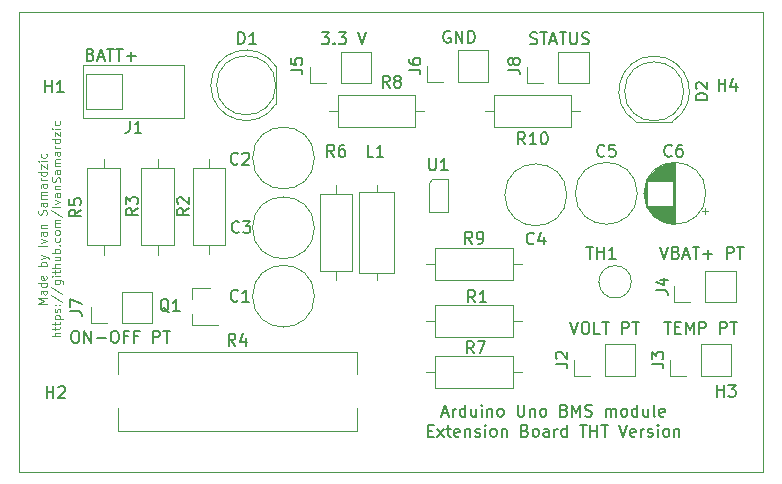
<source format=gbr>
G04 #@! TF.GenerationSoftware,KiCad,Pcbnew,(5.1.6)-1*
G04 #@! TF.CreationDate,2020-08-10T15:15:50+02:00*
G04 #@! TF.ProjectId,arduinoUno-BMSmodule,61726475-696e-46f5-956e-6f2d424d536d,rev?*
G04 #@! TF.SameCoordinates,Original*
G04 #@! TF.FileFunction,Legend,Top*
G04 #@! TF.FilePolarity,Positive*
%FSLAX46Y46*%
G04 Gerber Fmt 4.6, Leading zero omitted, Abs format (unit mm)*
G04 Created by KiCad (PCBNEW (5.1.6)-1) date 2020-08-10 15:15:50*
%MOMM*%
%LPD*%
G01*
G04 APERTURE LIST*
G04 #@! TA.AperFunction,Profile*
%ADD10C,0.050000*%
G04 #@! TD*
%ADD11C,0.100000*%
%ADD12C,0.200000*%
%ADD13C,0.120000*%
%ADD14C,0.050000*%
%ADD15C,0.150000*%
G04 APERTURE END LIST*
D10*
X154000000Y-57000000D02*
X154000000Y-57900000D01*
X91000000Y-57000000D02*
X154000000Y-57000000D01*
X153484000Y-96000000D02*
X154000000Y-96000000D01*
X91000000Y-96000000D02*
X91000000Y-95900000D01*
X91000000Y-95900000D02*
X91000000Y-94973000D01*
D11*
X93341666Y-81733333D02*
X92641666Y-81733333D01*
X93141666Y-81500000D01*
X92641666Y-81266666D01*
X93341666Y-81266666D01*
X93341666Y-80633333D02*
X92975000Y-80633333D01*
X92908333Y-80666666D01*
X92875000Y-80733333D01*
X92875000Y-80866666D01*
X92908333Y-80933333D01*
X93308333Y-80633333D02*
X93341666Y-80700000D01*
X93341666Y-80866666D01*
X93308333Y-80933333D01*
X93241666Y-80966666D01*
X93175000Y-80966666D01*
X93108333Y-80933333D01*
X93075000Y-80866666D01*
X93075000Y-80700000D01*
X93041666Y-80633333D01*
X93341666Y-80000000D02*
X92641666Y-80000000D01*
X93308333Y-80000000D02*
X93341666Y-80066666D01*
X93341666Y-80200000D01*
X93308333Y-80266666D01*
X93275000Y-80300000D01*
X93208333Y-80333333D01*
X93008333Y-80333333D01*
X92941666Y-80300000D01*
X92908333Y-80266666D01*
X92875000Y-80200000D01*
X92875000Y-80066666D01*
X92908333Y-80000000D01*
X93308333Y-79400000D02*
X93341666Y-79466666D01*
X93341666Y-79600000D01*
X93308333Y-79666666D01*
X93241666Y-79700000D01*
X92975000Y-79700000D01*
X92908333Y-79666666D01*
X92875000Y-79600000D01*
X92875000Y-79466666D01*
X92908333Y-79400000D01*
X92975000Y-79366666D01*
X93041666Y-79366666D01*
X93108333Y-79700000D01*
X93341666Y-78533333D02*
X92641666Y-78533333D01*
X92908333Y-78533333D02*
X92875000Y-78466666D01*
X92875000Y-78333333D01*
X92908333Y-78266666D01*
X92941666Y-78233333D01*
X93008333Y-78200000D01*
X93208333Y-78200000D01*
X93275000Y-78233333D01*
X93308333Y-78266666D01*
X93341666Y-78333333D01*
X93341666Y-78466666D01*
X93308333Y-78533333D01*
X92875000Y-77966666D02*
X93341666Y-77800000D01*
X92875000Y-77633333D02*
X93341666Y-77800000D01*
X93508333Y-77866666D01*
X93541666Y-77900000D01*
X93575000Y-77966666D01*
X93341666Y-76833333D02*
X92641666Y-76833333D01*
X92875000Y-76566666D02*
X93341666Y-76400000D01*
X92875000Y-76233333D01*
X93341666Y-75666666D02*
X92975000Y-75666666D01*
X92908333Y-75700000D01*
X92875000Y-75766666D01*
X92875000Y-75900000D01*
X92908333Y-75966666D01*
X93308333Y-75666666D02*
X93341666Y-75733333D01*
X93341666Y-75900000D01*
X93308333Y-75966666D01*
X93241666Y-76000000D01*
X93175000Y-76000000D01*
X93108333Y-75966666D01*
X93075000Y-75900000D01*
X93075000Y-75733333D01*
X93041666Y-75666666D01*
X92875000Y-75333333D02*
X93341666Y-75333333D01*
X92941666Y-75333333D02*
X92908333Y-75300000D01*
X92875000Y-75233333D01*
X92875000Y-75133333D01*
X92908333Y-75066666D01*
X92975000Y-75033333D01*
X93341666Y-75033333D01*
X93308333Y-74200000D02*
X93341666Y-74100000D01*
X93341666Y-73933333D01*
X93308333Y-73866666D01*
X93275000Y-73833333D01*
X93208333Y-73800000D01*
X93141666Y-73800000D01*
X93075000Y-73833333D01*
X93041666Y-73866666D01*
X93008333Y-73933333D01*
X92975000Y-74066666D01*
X92941666Y-74133333D01*
X92908333Y-74166666D01*
X92841666Y-74200000D01*
X92775000Y-74200000D01*
X92708333Y-74166666D01*
X92675000Y-74133333D01*
X92641666Y-74066666D01*
X92641666Y-73900000D01*
X92675000Y-73800000D01*
X93341666Y-73200000D02*
X92975000Y-73200000D01*
X92908333Y-73233333D01*
X92875000Y-73300000D01*
X92875000Y-73433333D01*
X92908333Y-73500000D01*
X93308333Y-73200000D02*
X93341666Y-73266666D01*
X93341666Y-73433333D01*
X93308333Y-73500000D01*
X93241666Y-73533333D01*
X93175000Y-73533333D01*
X93108333Y-73500000D01*
X93075000Y-73433333D01*
X93075000Y-73266666D01*
X93041666Y-73200000D01*
X93341666Y-72866666D02*
X92875000Y-72866666D01*
X92941666Y-72866666D02*
X92908333Y-72833333D01*
X92875000Y-72766666D01*
X92875000Y-72666666D01*
X92908333Y-72600000D01*
X92975000Y-72566666D01*
X93341666Y-72566666D01*
X92975000Y-72566666D02*
X92908333Y-72533333D01*
X92875000Y-72466666D01*
X92875000Y-72366666D01*
X92908333Y-72300000D01*
X92975000Y-72266666D01*
X93341666Y-72266666D01*
X93341666Y-71633333D02*
X92975000Y-71633333D01*
X92908333Y-71666666D01*
X92875000Y-71733333D01*
X92875000Y-71866666D01*
X92908333Y-71933333D01*
X93308333Y-71633333D02*
X93341666Y-71700000D01*
X93341666Y-71866666D01*
X93308333Y-71933333D01*
X93241666Y-71966666D01*
X93175000Y-71966666D01*
X93108333Y-71933333D01*
X93075000Y-71866666D01*
X93075000Y-71700000D01*
X93041666Y-71633333D01*
X93341666Y-71300000D02*
X92875000Y-71300000D01*
X93008333Y-71300000D02*
X92941666Y-71266666D01*
X92908333Y-71233333D01*
X92875000Y-71166666D01*
X92875000Y-71100000D01*
X93341666Y-70566666D02*
X92641666Y-70566666D01*
X93308333Y-70566666D02*
X93341666Y-70633333D01*
X93341666Y-70766666D01*
X93308333Y-70833333D01*
X93275000Y-70866666D01*
X93208333Y-70900000D01*
X93008333Y-70900000D01*
X92941666Y-70866666D01*
X92908333Y-70833333D01*
X92875000Y-70766666D01*
X92875000Y-70633333D01*
X92908333Y-70566666D01*
X92875000Y-70300000D02*
X92875000Y-69933333D01*
X93341666Y-70300000D01*
X93341666Y-69933333D01*
X93341666Y-69666666D02*
X92875000Y-69666666D01*
X92641666Y-69666666D02*
X92675000Y-69700000D01*
X92708333Y-69666666D01*
X92675000Y-69633333D01*
X92641666Y-69666666D01*
X92708333Y-69666666D01*
X93308333Y-69033333D02*
X93341666Y-69100000D01*
X93341666Y-69233333D01*
X93308333Y-69300000D01*
X93275000Y-69333333D01*
X93208333Y-69366666D01*
X93008333Y-69366666D01*
X92941666Y-69333333D01*
X92908333Y-69300000D01*
X92875000Y-69233333D01*
X92875000Y-69100000D01*
X92908333Y-69033333D01*
X94491666Y-84483333D02*
X93791666Y-84483333D01*
X94491666Y-84183333D02*
X94125000Y-84183333D01*
X94058333Y-84216666D01*
X94025000Y-84283333D01*
X94025000Y-84383333D01*
X94058333Y-84450000D01*
X94091666Y-84483333D01*
X94025000Y-83950000D02*
X94025000Y-83683333D01*
X93791666Y-83850000D02*
X94391666Y-83850000D01*
X94458333Y-83816666D01*
X94491666Y-83750000D01*
X94491666Y-83683333D01*
X94025000Y-83550000D02*
X94025000Y-83283333D01*
X93791666Y-83450000D02*
X94391666Y-83450000D01*
X94458333Y-83416666D01*
X94491666Y-83350000D01*
X94491666Y-83283333D01*
X94025000Y-83050000D02*
X94725000Y-83050000D01*
X94058333Y-83050000D02*
X94025000Y-82983333D01*
X94025000Y-82850000D01*
X94058333Y-82783333D01*
X94091666Y-82750000D01*
X94158333Y-82716666D01*
X94358333Y-82716666D01*
X94425000Y-82750000D01*
X94458333Y-82783333D01*
X94491666Y-82850000D01*
X94491666Y-82983333D01*
X94458333Y-83050000D01*
X94458333Y-82450000D02*
X94491666Y-82383333D01*
X94491666Y-82250000D01*
X94458333Y-82183333D01*
X94391666Y-82150000D01*
X94358333Y-82150000D01*
X94291666Y-82183333D01*
X94258333Y-82250000D01*
X94258333Y-82350000D01*
X94225000Y-82416666D01*
X94158333Y-82450000D01*
X94125000Y-82450000D01*
X94058333Y-82416666D01*
X94025000Y-82350000D01*
X94025000Y-82250000D01*
X94058333Y-82183333D01*
X94425000Y-81850000D02*
X94458333Y-81816666D01*
X94491666Y-81850000D01*
X94458333Y-81883333D01*
X94425000Y-81850000D01*
X94491666Y-81850000D01*
X94058333Y-81850000D02*
X94091666Y-81816666D01*
X94125000Y-81850000D01*
X94091666Y-81883333D01*
X94058333Y-81850000D01*
X94125000Y-81850000D01*
X93758333Y-81016666D02*
X94658333Y-81616666D01*
X93758333Y-80283333D02*
X94658333Y-80883333D01*
X94025000Y-79750000D02*
X94591666Y-79750000D01*
X94658333Y-79783333D01*
X94691666Y-79816666D01*
X94725000Y-79883333D01*
X94725000Y-79983333D01*
X94691666Y-80050000D01*
X94458333Y-79750000D02*
X94491666Y-79816666D01*
X94491666Y-79950000D01*
X94458333Y-80016666D01*
X94425000Y-80050000D01*
X94358333Y-80083333D01*
X94158333Y-80083333D01*
X94091666Y-80050000D01*
X94058333Y-80016666D01*
X94025000Y-79950000D01*
X94025000Y-79816666D01*
X94058333Y-79750000D01*
X94491666Y-79416666D02*
X94025000Y-79416666D01*
X93791666Y-79416666D02*
X93825000Y-79450000D01*
X93858333Y-79416666D01*
X93825000Y-79383333D01*
X93791666Y-79416666D01*
X93858333Y-79416666D01*
X94025000Y-79183333D02*
X94025000Y-78916666D01*
X93791666Y-79083333D02*
X94391666Y-79083333D01*
X94458333Y-79050000D01*
X94491666Y-78983333D01*
X94491666Y-78916666D01*
X94491666Y-78683333D02*
X93791666Y-78683333D01*
X94491666Y-78383333D02*
X94125000Y-78383333D01*
X94058333Y-78416666D01*
X94025000Y-78483333D01*
X94025000Y-78583333D01*
X94058333Y-78650000D01*
X94091666Y-78683333D01*
X94025000Y-77750000D02*
X94491666Y-77750000D01*
X94025000Y-78050000D02*
X94391666Y-78050000D01*
X94458333Y-78016666D01*
X94491666Y-77950000D01*
X94491666Y-77850000D01*
X94458333Y-77783333D01*
X94425000Y-77750000D01*
X94491666Y-77416666D02*
X93791666Y-77416666D01*
X94058333Y-77416666D02*
X94025000Y-77350000D01*
X94025000Y-77216666D01*
X94058333Y-77150000D01*
X94091666Y-77116666D01*
X94158333Y-77083333D01*
X94358333Y-77083333D01*
X94425000Y-77116666D01*
X94458333Y-77150000D01*
X94491666Y-77216666D01*
X94491666Y-77350000D01*
X94458333Y-77416666D01*
X94425000Y-76783333D02*
X94458333Y-76750000D01*
X94491666Y-76783333D01*
X94458333Y-76816666D01*
X94425000Y-76783333D01*
X94491666Y-76783333D01*
X94458333Y-76150000D02*
X94491666Y-76216666D01*
X94491666Y-76350000D01*
X94458333Y-76416666D01*
X94425000Y-76450000D01*
X94358333Y-76483333D01*
X94158333Y-76483333D01*
X94091666Y-76450000D01*
X94058333Y-76416666D01*
X94025000Y-76350000D01*
X94025000Y-76216666D01*
X94058333Y-76150000D01*
X94491666Y-75750000D02*
X94458333Y-75816666D01*
X94425000Y-75850000D01*
X94358333Y-75883333D01*
X94158333Y-75883333D01*
X94091666Y-75850000D01*
X94058333Y-75816666D01*
X94025000Y-75750000D01*
X94025000Y-75650000D01*
X94058333Y-75583333D01*
X94091666Y-75550000D01*
X94158333Y-75516666D01*
X94358333Y-75516666D01*
X94425000Y-75550000D01*
X94458333Y-75583333D01*
X94491666Y-75650000D01*
X94491666Y-75750000D01*
X94491666Y-75216666D02*
X94025000Y-75216666D01*
X94091666Y-75216666D02*
X94058333Y-75183333D01*
X94025000Y-75116666D01*
X94025000Y-75016666D01*
X94058333Y-74950000D01*
X94125000Y-74916666D01*
X94491666Y-74916666D01*
X94125000Y-74916666D02*
X94058333Y-74883333D01*
X94025000Y-74816666D01*
X94025000Y-74716666D01*
X94058333Y-74650000D01*
X94125000Y-74616666D01*
X94491666Y-74616666D01*
X93758333Y-73783333D02*
X94658333Y-74383333D01*
X94491666Y-73550000D02*
X93791666Y-73550000D01*
X94025000Y-73283333D02*
X94491666Y-73116666D01*
X94025000Y-72950000D01*
X94491666Y-72383333D02*
X94125000Y-72383333D01*
X94058333Y-72416666D01*
X94025000Y-72483333D01*
X94025000Y-72616666D01*
X94058333Y-72683333D01*
X94458333Y-72383333D02*
X94491666Y-72450000D01*
X94491666Y-72616666D01*
X94458333Y-72683333D01*
X94391666Y-72716666D01*
X94325000Y-72716666D01*
X94258333Y-72683333D01*
X94225000Y-72616666D01*
X94225000Y-72450000D01*
X94191666Y-72383333D01*
X94025000Y-72050000D02*
X94491666Y-72050000D01*
X94091666Y-72050000D02*
X94058333Y-72016666D01*
X94025000Y-71950000D01*
X94025000Y-71850000D01*
X94058333Y-71783333D01*
X94125000Y-71750000D01*
X94491666Y-71750000D01*
X94458333Y-71450000D02*
X94491666Y-71350000D01*
X94491666Y-71183333D01*
X94458333Y-71116666D01*
X94425000Y-71083333D01*
X94358333Y-71050000D01*
X94291666Y-71050000D01*
X94225000Y-71083333D01*
X94191666Y-71116666D01*
X94158333Y-71183333D01*
X94125000Y-71316666D01*
X94091666Y-71383333D01*
X94058333Y-71416666D01*
X93991666Y-71450000D01*
X93925000Y-71450000D01*
X93858333Y-71416666D01*
X93825000Y-71383333D01*
X93791666Y-71316666D01*
X93791666Y-71150000D01*
X93825000Y-71050000D01*
X94491666Y-70450000D02*
X94125000Y-70450000D01*
X94058333Y-70483333D01*
X94025000Y-70550000D01*
X94025000Y-70683333D01*
X94058333Y-70750000D01*
X94458333Y-70450000D02*
X94491666Y-70516666D01*
X94491666Y-70683333D01*
X94458333Y-70750000D01*
X94391666Y-70783333D01*
X94325000Y-70783333D01*
X94258333Y-70750000D01*
X94225000Y-70683333D01*
X94225000Y-70516666D01*
X94191666Y-70450000D01*
X94491666Y-70116666D02*
X94025000Y-70116666D01*
X94091666Y-70116666D02*
X94058333Y-70083333D01*
X94025000Y-70016666D01*
X94025000Y-69916666D01*
X94058333Y-69850000D01*
X94125000Y-69816666D01*
X94491666Y-69816666D01*
X94125000Y-69816666D02*
X94058333Y-69783333D01*
X94025000Y-69716666D01*
X94025000Y-69616666D01*
X94058333Y-69550000D01*
X94125000Y-69516666D01*
X94491666Y-69516666D01*
X94491666Y-68883333D02*
X94125000Y-68883333D01*
X94058333Y-68916666D01*
X94025000Y-68983333D01*
X94025000Y-69116666D01*
X94058333Y-69183333D01*
X94458333Y-68883333D02*
X94491666Y-68950000D01*
X94491666Y-69116666D01*
X94458333Y-69183333D01*
X94391666Y-69216666D01*
X94325000Y-69216666D01*
X94258333Y-69183333D01*
X94225000Y-69116666D01*
X94225000Y-68950000D01*
X94191666Y-68883333D01*
X94491666Y-68550000D02*
X94025000Y-68550000D01*
X94158333Y-68550000D02*
X94091666Y-68516666D01*
X94058333Y-68483333D01*
X94025000Y-68416666D01*
X94025000Y-68350000D01*
X94491666Y-67816666D02*
X93791666Y-67816666D01*
X94458333Y-67816666D02*
X94491666Y-67883333D01*
X94491666Y-68016666D01*
X94458333Y-68083333D01*
X94425000Y-68116666D01*
X94358333Y-68150000D01*
X94158333Y-68150000D01*
X94091666Y-68116666D01*
X94058333Y-68083333D01*
X94025000Y-68016666D01*
X94025000Y-67883333D01*
X94058333Y-67816666D01*
X94025000Y-67550000D02*
X94025000Y-67183333D01*
X94491666Y-67550000D01*
X94491666Y-67183333D01*
X94491666Y-66916666D02*
X94025000Y-66916666D01*
X93791666Y-66916666D02*
X93825000Y-66950000D01*
X93858333Y-66916666D01*
X93825000Y-66883333D01*
X93791666Y-66916666D01*
X93858333Y-66916666D01*
X94458333Y-66283333D02*
X94491666Y-66350000D01*
X94491666Y-66483333D01*
X94458333Y-66550000D01*
X94425000Y-66583333D01*
X94358333Y-66616666D01*
X94158333Y-66616666D01*
X94091666Y-66583333D01*
X94058333Y-66550000D01*
X94025000Y-66483333D01*
X94025000Y-66350000D01*
X94058333Y-66283333D01*
D12*
X97067904Y-60634571D02*
X97210761Y-60682190D01*
X97258380Y-60729809D01*
X97306000Y-60825047D01*
X97306000Y-60967904D01*
X97258380Y-61063142D01*
X97210761Y-61110761D01*
X97115523Y-61158380D01*
X96734571Y-61158380D01*
X96734571Y-60158380D01*
X97067904Y-60158380D01*
X97163142Y-60206000D01*
X97210761Y-60253619D01*
X97258380Y-60348857D01*
X97258380Y-60444095D01*
X97210761Y-60539333D01*
X97163142Y-60586952D01*
X97067904Y-60634571D01*
X96734571Y-60634571D01*
X97686952Y-60872666D02*
X98163142Y-60872666D01*
X97591714Y-61158380D02*
X97925047Y-60158380D01*
X98258380Y-61158380D01*
X98448857Y-60158380D02*
X99020285Y-60158380D01*
X98734571Y-61158380D02*
X98734571Y-60158380D01*
X99210761Y-60158380D02*
X99782190Y-60158380D01*
X99496476Y-61158380D02*
X99496476Y-60158380D01*
X100115523Y-60777428D02*
X100877428Y-60777428D01*
X100496476Y-61158380D02*
X100496476Y-60396476D01*
D10*
X91000000Y-94973000D02*
X91000000Y-57000000D01*
X93921000Y-96000000D02*
X91000000Y-96000000D01*
X153484000Y-96000000D02*
X93921000Y-96000000D01*
X154000000Y-57900000D02*
X154000000Y-96000000D01*
D12*
X127508095Y-58682000D02*
X127412857Y-58634380D01*
X127270000Y-58634380D01*
X127127142Y-58682000D01*
X127031904Y-58777238D01*
X126984285Y-58872476D01*
X126936666Y-59062952D01*
X126936666Y-59205809D01*
X126984285Y-59396285D01*
X127031904Y-59491523D01*
X127127142Y-59586761D01*
X127270000Y-59634380D01*
X127365238Y-59634380D01*
X127508095Y-59586761D01*
X127555714Y-59539142D01*
X127555714Y-59205809D01*
X127365238Y-59205809D01*
X127984285Y-59634380D02*
X127984285Y-58634380D01*
X128555714Y-59634380D01*
X128555714Y-58634380D01*
X129031904Y-59634380D02*
X129031904Y-58634380D01*
X129270000Y-58634380D01*
X129412857Y-58682000D01*
X129508095Y-58777238D01*
X129555714Y-58872476D01*
X129603333Y-59062952D01*
X129603333Y-59205809D01*
X129555714Y-59396285D01*
X129508095Y-59491523D01*
X129412857Y-59586761D01*
X129270000Y-59634380D01*
X129031904Y-59634380D01*
X95687047Y-84034380D02*
X95877523Y-84034380D01*
X95972761Y-84082000D01*
X96068000Y-84177238D01*
X96115619Y-84367714D01*
X96115619Y-84701047D01*
X96068000Y-84891523D01*
X95972761Y-84986761D01*
X95877523Y-85034380D01*
X95687047Y-85034380D01*
X95591809Y-84986761D01*
X95496571Y-84891523D01*
X95448952Y-84701047D01*
X95448952Y-84367714D01*
X95496571Y-84177238D01*
X95591809Y-84082000D01*
X95687047Y-84034380D01*
X96544190Y-85034380D02*
X96544190Y-84034380D01*
X97115619Y-85034380D01*
X97115619Y-84034380D01*
X97591809Y-84653428D02*
X98353714Y-84653428D01*
X99020380Y-84034380D02*
X99210857Y-84034380D01*
X99306095Y-84082000D01*
X99401333Y-84177238D01*
X99448952Y-84367714D01*
X99448952Y-84701047D01*
X99401333Y-84891523D01*
X99306095Y-84986761D01*
X99210857Y-85034380D01*
X99020380Y-85034380D01*
X98925142Y-84986761D01*
X98829904Y-84891523D01*
X98782285Y-84701047D01*
X98782285Y-84367714D01*
X98829904Y-84177238D01*
X98925142Y-84082000D01*
X99020380Y-84034380D01*
X100210857Y-84510571D02*
X99877523Y-84510571D01*
X99877523Y-85034380D02*
X99877523Y-84034380D01*
X100353714Y-84034380D01*
X101068000Y-84510571D02*
X100734666Y-84510571D01*
X100734666Y-85034380D02*
X100734666Y-84034380D01*
X101210857Y-84034380D01*
X102353714Y-85034380D02*
X102353714Y-84034380D01*
X102734666Y-84034380D01*
X102829904Y-84082000D01*
X102877523Y-84129619D01*
X102925142Y-84224857D01*
X102925142Y-84367714D01*
X102877523Y-84462952D01*
X102829904Y-84510571D01*
X102734666Y-84558190D01*
X102353714Y-84558190D01*
X103210857Y-84034380D02*
X103782285Y-84034380D01*
X103496571Y-85034380D02*
X103496571Y-84034380D01*
X126842428Y-91010666D02*
X127318619Y-91010666D01*
X126747190Y-91296380D02*
X127080523Y-90296380D01*
X127413857Y-91296380D01*
X127747190Y-91296380D02*
X127747190Y-90629714D01*
X127747190Y-90820190D02*
X127794809Y-90724952D01*
X127842428Y-90677333D01*
X127937666Y-90629714D01*
X128032904Y-90629714D01*
X128794809Y-91296380D02*
X128794809Y-90296380D01*
X128794809Y-91248761D02*
X128699571Y-91296380D01*
X128509095Y-91296380D01*
X128413857Y-91248761D01*
X128366238Y-91201142D01*
X128318619Y-91105904D01*
X128318619Y-90820190D01*
X128366238Y-90724952D01*
X128413857Y-90677333D01*
X128509095Y-90629714D01*
X128699571Y-90629714D01*
X128794809Y-90677333D01*
X129699571Y-90629714D02*
X129699571Y-91296380D01*
X129271000Y-90629714D02*
X129271000Y-91153523D01*
X129318619Y-91248761D01*
X129413857Y-91296380D01*
X129556714Y-91296380D01*
X129651952Y-91248761D01*
X129699571Y-91201142D01*
X130175761Y-91296380D02*
X130175761Y-90629714D01*
X130175761Y-90296380D02*
X130128142Y-90344000D01*
X130175761Y-90391619D01*
X130223380Y-90344000D01*
X130175761Y-90296380D01*
X130175761Y-90391619D01*
X130651952Y-90629714D02*
X130651952Y-91296380D01*
X130651952Y-90724952D02*
X130699571Y-90677333D01*
X130794809Y-90629714D01*
X130937666Y-90629714D01*
X131032904Y-90677333D01*
X131080523Y-90772571D01*
X131080523Y-91296380D01*
X131699571Y-91296380D02*
X131604333Y-91248761D01*
X131556714Y-91201142D01*
X131509095Y-91105904D01*
X131509095Y-90820190D01*
X131556714Y-90724952D01*
X131604333Y-90677333D01*
X131699571Y-90629714D01*
X131842428Y-90629714D01*
X131937666Y-90677333D01*
X131985285Y-90724952D01*
X132032904Y-90820190D01*
X132032904Y-91105904D01*
X131985285Y-91201142D01*
X131937666Y-91248761D01*
X131842428Y-91296380D01*
X131699571Y-91296380D01*
X133223380Y-90296380D02*
X133223380Y-91105904D01*
X133271000Y-91201142D01*
X133318619Y-91248761D01*
X133413857Y-91296380D01*
X133604333Y-91296380D01*
X133699571Y-91248761D01*
X133747190Y-91201142D01*
X133794809Y-91105904D01*
X133794809Y-90296380D01*
X134271000Y-90629714D02*
X134271000Y-91296380D01*
X134271000Y-90724952D02*
X134318619Y-90677333D01*
X134413857Y-90629714D01*
X134556714Y-90629714D01*
X134651952Y-90677333D01*
X134699571Y-90772571D01*
X134699571Y-91296380D01*
X135318619Y-91296380D02*
X135223380Y-91248761D01*
X135175761Y-91201142D01*
X135128142Y-91105904D01*
X135128142Y-90820190D01*
X135175761Y-90724952D01*
X135223380Y-90677333D01*
X135318619Y-90629714D01*
X135461476Y-90629714D01*
X135556714Y-90677333D01*
X135604333Y-90724952D01*
X135651952Y-90820190D01*
X135651952Y-91105904D01*
X135604333Y-91201142D01*
X135556714Y-91248761D01*
X135461476Y-91296380D01*
X135318619Y-91296380D01*
X137175761Y-90772571D02*
X137318619Y-90820190D01*
X137366238Y-90867809D01*
X137413857Y-90963047D01*
X137413857Y-91105904D01*
X137366238Y-91201142D01*
X137318619Y-91248761D01*
X137223380Y-91296380D01*
X136842428Y-91296380D01*
X136842428Y-90296380D01*
X137175761Y-90296380D01*
X137271000Y-90344000D01*
X137318619Y-90391619D01*
X137366238Y-90486857D01*
X137366238Y-90582095D01*
X137318619Y-90677333D01*
X137271000Y-90724952D01*
X137175761Y-90772571D01*
X136842428Y-90772571D01*
X137842428Y-91296380D02*
X137842428Y-90296380D01*
X138175761Y-91010666D01*
X138509095Y-90296380D01*
X138509095Y-91296380D01*
X138937666Y-91248761D02*
X139080523Y-91296380D01*
X139318619Y-91296380D01*
X139413857Y-91248761D01*
X139461476Y-91201142D01*
X139509095Y-91105904D01*
X139509095Y-91010666D01*
X139461476Y-90915428D01*
X139413857Y-90867809D01*
X139318619Y-90820190D01*
X139128142Y-90772571D01*
X139032904Y-90724952D01*
X138985285Y-90677333D01*
X138937666Y-90582095D01*
X138937666Y-90486857D01*
X138985285Y-90391619D01*
X139032904Y-90344000D01*
X139128142Y-90296380D01*
X139366238Y-90296380D01*
X139509095Y-90344000D01*
X140699571Y-91296380D02*
X140699571Y-90629714D01*
X140699571Y-90724952D02*
X140747190Y-90677333D01*
X140842428Y-90629714D01*
X140985285Y-90629714D01*
X141080523Y-90677333D01*
X141128142Y-90772571D01*
X141128142Y-91296380D01*
X141128142Y-90772571D02*
X141175761Y-90677333D01*
X141271000Y-90629714D01*
X141413857Y-90629714D01*
X141509095Y-90677333D01*
X141556714Y-90772571D01*
X141556714Y-91296380D01*
X142175761Y-91296380D02*
X142080523Y-91248761D01*
X142032904Y-91201142D01*
X141985285Y-91105904D01*
X141985285Y-90820190D01*
X142032904Y-90724952D01*
X142080523Y-90677333D01*
X142175761Y-90629714D01*
X142318619Y-90629714D01*
X142413857Y-90677333D01*
X142461476Y-90724952D01*
X142509095Y-90820190D01*
X142509095Y-91105904D01*
X142461476Y-91201142D01*
X142413857Y-91248761D01*
X142318619Y-91296380D01*
X142175761Y-91296380D01*
X143366238Y-91296380D02*
X143366238Y-90296380D01*
X143366238Y-91248761D02*
X143271000Y-91296380D01*
X143080523Y-91296380D01*
X142985285Y-91248761D01*
X142937666Y-91201142D01*
X142890047Y-91105904D01*
X142890047Y-90820190D01*
X142937666Y-90724952D01*
X142985285Y-90677333D01*
X143080523Y-90629714D01*
X143271000Y-90629714D01*
X143366238Y-90677333D01*
X144271000Y-90629714D02*
X144271000Y-91296380D01*
X143842428Y-90629714D02*
X143842428Y-91153523D01*
X143890047Y-91248761D01*
X143985285Y-91296380D01*
X144128142Y-91296380D01*
X144223380Y-91248761D01*
X144271000Y-91201142D01*
X144890047Y-91296380D02*
X144794809Y-91248761D01*
X144747190Y-91153523D01*
X144747190Y-90296380D01*
X145651952Y-91248761D02*
X145556714Y-91296380D01*
X145366238Y-91296380D01*
X145271000Y-91248761D01*
X145223380Y-91153523D01*
X145223380Y-90772571D01*
X145271000Y-90677333D01*
X145366238Y-90629714D01*
X145556714Y-90629714D01*
X145651952Y-90677333D01*
X145699571Y-90772571D01*
X145699571Y-90867809D01*
X145223380Y-90963047D01*
X125628142Y-92472571D02*
X125961476Y-92472571D01*
X126104333Y-92996380D02*
X125628142Y-92996380D01*
X125628142Y-91996380D01*
X126104333Y-91996380D01*
X126437666Y-92996380D02*
X126961476Y-92329714D01*
X126437666Y-92329714D02*
X126961476Y-92996380D01*
X127199571Y-92329714D02*
X127580523Y-92329714D01*
X127342428Y-91996380D02*
X127342428Y-92853523D01*
X127390047Y-92948761D01*
X127485285Y-92996380D01*
X127580523Y-92996380D01*
X128294809Y-92948761D02*
X128199571Y-92996380D01*
X128009095Y-92996380D01*
X127913857Y-92948761D01*
X127866238Y-92853523D01*
X127866238Y-92472571D01*
X127913857Y-92377333D01*
X128009095Y-92329714D01*
X128199571Y-92329714D01*
X128294809Y-92377333D01*
X128342428Y-92472571D01*
X128342428Y-92567809D01*
X127866238Y-92663047D01*
X128771000Y-92329714D02*
X128771000Y-92996380D01*
X128771000Y-92424952D02*
X128818619Y-92377333D01*
X128913857Y-92329714D01*
X129056714Y-92329714D01*
X129151952Y-92377333D01*
X129199571Y-92472571D01*
X129199571Y-92996380D01*
X129628142Y-92948761D02*
X129723380Y-92996380D01*
X129913857Y-92996380D01*
X130009095Y-92948761D01*
X130056714Y-92853523D01*
X130056714Y-92805904D01*
X130009095Y-92710666D01*
X129913857Y-92663047D01*
X129771000Y-92663047D01*
X129675761Y-92615428D01*
X129628142Y-92520190D01*
X129628142Y-92472571D01*
X129675761Y-92377333D01*
X129771000Y-92329714D01*
X129913857Y-92329714D01*
X130009095Y-92377333D01*
X130485285Y-92996380D02*
X130485285Y-92329714D01*
X130485285Y-91996380D02*
X130437666Y-92044000D01*
X130485285Y-92091619D01*
X130532904Y-92044000D01*
X130485285Y-91996380D01*
X130485285Y-92091619D01*
X131104333Y-92996380D02*
X131009095Y-92948761D01*
X130961476Y-92901142D01*
X130913857Y-92805904D01*
X130913857Y-92520190D01*
X130961476Y-92424952D01*
X131009095Y-92377333D01*
X131104333Y-92329714D01*
X131247190Y-92329714D01*
X131342428Y-92377333D01*
X131390047Y-92424952D01*
X131437666Y-92520190D01*
X131437666Y-92805904D01*
X131390047Y-92901142D01*
X131342428Y-92948761D01*
X131247190Y-92996380D01*
X131104333Y-92996380D01*
X131866238Y-92329714D02*
X131866238Y-92996380D01*
X131866238Y-92424952D02*
X131913857Y-92377333D01*
X132009095Y-92329714D01*
X132151952Y-92329714D01*
X132247190Y-92377333D01*
X132294809Y-92472571D01*
X132294809Y-92996380D01*
X133866238Y-92472571D02*
X134009095Y-92520190D01*
X134056714Y-92567809D01*
X134104333Y-92663047D01*
X134104333Y-92805904D01*
X134056714Y-92901142D01*
X134009095Y-92948761D01*
X133913857Y-92996380D01*
X133532904Y-92996380D01*
X133532904Y-91996380D01*
X133866238Y-91996380D01*
X133961476Y-92044000D01*
X134009095Y-92091619D01*
X134056714Y-92186857D01*
X134056714Y-92282095D01*
X134009095Y-92377333D01*
X133961476Y-92424952D01*
X133866238Y-92472571D01*
X133532904Y-92472571D01*
X134675761Y-92996380D02*
X134580523Y-92948761D01*
X134532904Y-92901142D01*
X134485285Y-92805904D01*
X134485285Y-92520190D01*
X134532904Y-92424952D01*
X134580523Y-92377333D01*
X134675761Y-92329714D01*
X134818619Y-92329714D01*
X134913857Y-92377333D01*
X134961476Y-92424952D01*
X135009095Y-92520190D01*
X135009095Y-92805904D01*
X134961476Y-92901142D01*
X134913857Y-92948761D01*
X134818619Y-92996380D01*
X134675761Y-92996380D01*
X135866238Y-92996380D02*
X135866238Y-92472571D01*
X135818619Y-92377333D01*
X135723380Y-92329714D01*
X135532904Y-92329714D01*
X135437666Y-92377333D01*
X135866238Y-92948761D02*
X135771000Y-92996380D01*
X135532904Y-92996380D01*
X135437666Y-92948761D01*
X135390047Y-92853523D01*
X135390047Y-92758285D01*
X135437666Y-92663047D01*
X135532904Y-92615428D01*
X135771000Y-92615428D01*
X135866238Y-92567809D01*
X136342428Y-92996380D02*
X136342428Y-92329714D01*
X136342428Y-92520190D02*
X136390047Y-92424952D01*
X136437666Y-92377333D01*
X136532904Y-92329714D01*
X136628142Y-92329714D01*
X137390047Y-92996380D02*
X137390047Y-91996380D01*
X137390047Y-92948761D02*
X137294809Y-92996380D01*
X137104333Y-92996380D01*
X137009095Y-92948761D01*
X136961476Y-92901142D01*
X136913857Y-92805904D01*
X136913857Y-92520190D01*
X136961476Y-92424952D01*
X137009095Y-92377333D01*
X137104333Y-92329714D01*
X137294809Y-92329714D01*
X137390047Y-92377333D01*
X138485285Y-91996380D02*
X139056714Y-91996380D01*
X138771000Y-92996380D02*
X138771000Y-91996380D01*
X139390047Y-92996380D02*
X139390047Y-91996380D01*
X139390047Y-92472571D02*
X139961476Y-92472571D01*
X139961476Y-92996380D02*
X139961476Y-91996380D01*
X140294809Y-91996380D02*
X140866238Y-91996380D01*
X140580523Y-92996380D02*
X140580523Y-91996380D01*
X141818619Y-91996380D02*
X142151952Y-92996380D01*
X142485285Y-91996380D01*
X143199571Y-92948761D02*
X143104333Y-92996380D01*
X142913857Y-92996380D01*
X142818619Y-92948761D01*
X142771000Y-92853523D01*
X142771000Y-92472571D01*
X142818619Y-92377333D01*
X142913857Y-92329714D01*
X143104333Y-92329714D01*
X143199571Y-92377333D01*
X143247190Y-92472571D01*
X143247190Y-92567809D01*
X142771000Y-92663047D01*
X143675761Y-92996380D02*
X143675761Y-92329714D01*
X143675761Y-92520190D02*
X143723380Y-92424952D01*
X143771000Y-92377333D01*
X143866238Y-92329714D01*
X143961476Y-92329714D01*
X144247190Y-92948761D02*
X144342428Y-92996380D01*
X144532904Y-92996380D01*
X144628142Y-92948761D01*
X144675761Y-92853523D01*
X144675761Y-92805904D01*
X144628142Y-92710666D01*
X144532904Y-92663047D01*
X144390047Y-92663047D01*
X144294809Y-92615428D01*
X144247190Y-92520190D01*
X144247190Y-92472571D01*
X144294809Y-92377333D01*
X144390047Y-92329714D01*
X144532904Y-92329714D01*
X144628142Y-92377333D01*
X145104333Y-92996380D02*
X145104333Y-92329714D01*
X145104333Y-91996380D02*
X145056714Y-92044000D01*
X145104333Y-92091619D01*
X145151952Y-92044000D01*
X145104333Y-91996380D01*
X145104333Y-92091619D01*
X145723380Y-92996380D02*
X145628142Y-92948761D01*
X145580523Y-92901142D01*
X145532904Y-92805904D01*
X145532904Y-92520190D01*
X145580523Y-92424952D01*
X145628142Y-92377333D01*
X145723380Y-92329714D01*
X145866238Y-92329714D01*
X145961476Y-92377333D01*
X146009095Y-92424952D01*
X146056714Y-92520190D01*
X146056714Y-92805904D01*
X146009095Y-92901142D01*
X145961476Y-92948761D01*
X145866238Y-92996380D01*
X145723380Y-92996380D01*
X146485285Y-92329714D02*
X146485285Y-92996380D01*
X146485285Y-92424952D02*
X146532904Y-92377333D01*
X146628142Y-92329714D01*
X146771000Y-92329714D01*
X146866238Y-92377333D01*
X146913857Y-92472571D01*
X146913857Y-92996380D01*
X134302809Y-59713761D02*
X134445666Y-59761380D01*
X134683761Y-59761380D01*
X134779000Y-59713761D01*
X134826619Y-59666142D01*
X134874238Y-59570904D01*
X134874238Y-59475666D01*
X134826619Y-59380428D01*
X134779000Y-59332809D01*
X134683761Y-59285190D01*
X134493285Y-59237571D01*
X134398047Y-59189952D01*
X134350428Y-59142333D01*
X134302809Y-59047095D01*
X134302809Y-58951857D01*
X134350428Y-58856619D01*
X134398047Y-58809000D01*
X134493285Y-58761380D01*
X134731380Y-58761380D01*
X134874238Y-58809000D01*
X135159952Y-58761380D02*
X135731380Y-58761380D01*
X135445666Y-59761380D02*
X135445666Y-58761380D01*
X136017095Y-59475666D02*
X136493285Y-59475666D01*
X135921857Y-59761380D02*
X136255190Y-58761380D01*
X136588523Y-59761380D01*
X136779000Y-58761380D02*
X137350428Y-58761380D01*
X137064714Y-59761380D02*
X137064714Y-58761380D01*
X137683761Y-58761380D02*
X137683761Y-59570904D01*
X137731380Y-59666142D01*
X137779000Y-59713761D01*
X137874238Y-59761380D01*
X138064714Y-59761380D01*
X138159952Y-59713761D01*
X138207571Y-59666142D01*
X138255190Y-59570904D01*
X138255190Y-58761380D01*
X138683761Y-59713761D02*
X138826619Y-59761380D01*
X139064714Y-59761380D01*
X139159952Y-59713761D01*
X139207571Y-59666142D01*
X139255190Y-59570904D01*
X139255190Y-59475666D01*
X139207571Y-59380428D01*
X139159952Y-59332809D01*
X139064714Y-59285190D01*
X138874238Y-59237571D01*
X138779000Y-59189952D01*
X138731380Y-59142333D01*
X138683761Y-59047095D01*
X138683761Y-58951857D01*
X138731380Y-58856619D01*
X138779000Y-58809000D01*
X138874238Y-58761380D01*
X139112333Y-58761380D01*
X139255190Y-58809000D01*
X116633857Y-58761380D02*
X117252904Y-58761380D01*
X116919571Y-59142333D01*
X117062428Y-59142333D01*
X117157666Y-59189952D01*
X117205285Y-59237571D01*
X117252904Y-59332809D01*
X117252904Y-59570904D01*
X117205285Y-59666142D01*
X117157666Y-59713761D01*
X117062428Y-59761380D01*
X116776714Y-59761380D01*
X116681476Y-59713761D01*
X116633857Y-59666142D01*
X117681476Y-59666142D02*
X117729095Y-59713761D01*
X117681476Y-59761380D01*
X117633857Y-59713761D01*
X117681476Y-59666142D01*
X117681476Y-59761380D01*
X118062428Y-58761380D02*
X118681476Y-58761380D01*
X118348142Y-59142333D01*
X118491000Y-59142333D01*
X118586238Y-59189952D01*
X118633857Y-59237571D01*
X118681476Y-59332809D01*
X118681476Y-59570904D01*
X118633857Y-59666142D01*
X118586238Y-59713761D01*
X118491000Y-59761380D01*
X118205285Y-59761380D01*
X118110047Y-59713761D01*
X118062428Y-59666142D01*
X119729095Y-58761380D02*
X120062428Y-59761380D01*
X120395761Y-58761380D01*
X137684238Y-83272380D02*
X138017571Y-84272380D01*
X138350904Y-83272380D01*
X138874714Y-83272380D02*
X139065190Y-83272380D01*
X139160428Y-83320000D01*
X139255666Y-83415238D01*
X139303285Y-83605714D01*
X139303285Y-83939047D01*
X139255666Y-84129523D01*
X139160428Y-84224761D01*
X139065190Y-84272380D01*
X138874714Y-84272380D01*
X138779476Y-84224761D01*
X138684238Y-84129523D01*
X138636619Y-83939047D01*
X138636619Y-83605714D01*
X138684238Y-83415238D01*
X138779476Y-83320000D01*
X138874714Y-83272380D01*
X140208047Y-84272380D02*
X139731857Y-84272380D01*
X139731857Y-83272380D01*
X140398523Y-83272380D02*
X140969952Y-83272380D01*
X140684238Y-84272380D02*
X140684238Y-83272380D01*
X142065190Y-84272380D02*
X142065190Y-83272380D01*
X142446142Y-83272380D01*
X142541380Y-83320000D01*
X142589000Y-83367619D01*
X142636619Y-83462857D01*
X142636619Y-83605714D01*
X142589000Y-83700952D01*
X142541380Y-83748571D01*
X142446142Y-83796190D01*
X142065190Y-83796190D01*
X142922333Y-83272380D02*
X143493761Y-83272380D01*
X143208047Y-84272380D02*
X143208047Y-83272380D01*
X145645571Y-83272380D02*
X146217000Y-83272380D01*
X145931285Y-84272380D02*
X145931285Y-83272380D01*
X146550333Y-83748571D02*
X146883666Y-83748571D01*
X147026523Y-84272380D02*
X146550333Y-84272380D01*
X146550333Y-83272380D01*
X147026523Y-83272380D01*
X147455095Y-84272380D02*
X147455095Y-83272380D01*
X147788428Y-83986666D01*
X148121761Y-83272380D01*
X148121761Y-84272380D01*
X148597952Y-84272380D02*
X148597952Y-83272380D01*
X148978904Y-83272380D01*
X149074142Y-83320000D01*
X149121761Y-83367619D01*
X149169380Y-83462857D01*
X149169380Y-83605714D01*
X149121761Y-83700952D01*
X149074142Y-83748571D01*
X148978904Y-83796190D01*
X148597952Y-83796190D01*
X150359857Y-84272380D02*
X150359857Y-83272380D01*
X150740809Y-83272380D01*
X150836047Y-83320000D01*
X150883666Y-83367619D01*
X150931285Y-83462857D01*
X150931285Y-83605714D01*
X150883666Y-83700952D01*
X150836047Y-83748571D01*
X150740809Y-83796190D01*
X150359857Y-83796190D01*
X151217000Y-83272380D02*
X151788428Y-83272380D01*
X151502714Y-84272380D02*
X151502714Y-83272380D01*
X145320190Y-76922380D02*
X145653523Y-77922380D01*
X145986857Y-76922380D01*
X146653523Y-77398571D02*
X146796380Y-77446190D01*
X146844000Y-77493809D01*
X146891619Y-77589047D01*
X146891619Y-77731904D01*
X146844000Y-77827142D01*
X146796380Y-77874761D01*
X146701142Y-77922380D01*
X146320190Y-77922380D01*
X146320190Y-76922380D01*
X146653523Y-76922380D01*
X146748761Y-76970000D01*
X146796380Y-77017619D01*
X146844000Y-77112857D01*
X146844000Y-77208095D01*
X146796380Y-77303333D01*
X146748761Y-77350952D01*
X146653523Y-77398571D01*
X146320190Y-77398571D01*
X147272571Y-77636666D02*
X147748761Y-77636666D01*
X147177333Y-77922380D02*
X147510666Y-76922380D01*
X147844000Y-77922380D01*
X148034476Y-76922380D02*
X148605904Y-76922380D01*
X148320190Y-77922380D02*
X148320190Y-76922380D01*
X148939238Y-77541428D02*
X149701142Y-77541428D01*
X149320190Y-77922380D02*
X149320190Y-77160476D01*
X150939238Y-77922380D02*
X150939238Y-76922380D01*
X151320190Y-76922380D01*
X151415428Y-76970000D01*
X151463047Y-77017619D01*
X151510666Y-77112857D01*
X151510666Y-77255714D01*
X151463047Y-77350952D01*
X151415428Y-77398571D01*
X151320190Y-77446190D01*
X150939238Y-77446190D01*
X151796380Y-76922380D02*
X152367809Y-76922380D01*
X152082095Y-77922380D02*
X152082095Y-76922380D01*
D13*
G04 #@! TO.C,C3*
X116015000Y-75311000D02*
G75*
G03*
X116015000Y-75311000I-2620000J0D01*
G01*
G04 #@! TO.C,R4*
X99378000Y-87714000D02*
X99378000Y-85834000D01*
X99378000Y-85834000D02*
X119618000Y-85834000D01*
X119618000Y-85834000D02*
X119618000Y-87714000D01*
X99378000Y-90594000D02*
X99378000Y-92474000D01*
X99378000Y-92474000D02*
X119618000Y-92474000D01*
X119618000Y-92474000D02*
X119618000Y-90594000D01*
G04 #@! TO.C,C5*
X143352000Y-72390000D02*
G75*
G03*
X143352000Y-72390000I-2620000J0D01*
G01*
G04 #@! TO.C,C4*
X137383000Y-72517000D02*
G75*
G03*
X137383000Y-72517000I-2620000J0D01*
G01*
G04 #@! TO.C,C2*
X116020000Y-69400000D02*
G75*
G03*
X116020000Y-69400000I-2620000J0D01*
G01*
G04 #@! TO.C,C1*
X116020000Y-81100000D02*
G75*
G03*
X116020000Y-81100000I-2620000J0D01*
G01*
G04 #@! TO.C,J3*
X146117000Y-87817000D02*
X146117000Y-86487000D01*
X147447000Y-87817000D02*
X146117000Y-87817000D01*
X148717000Y-87817000D02*
X148717000Y-85157000D01*
X148717000Y-85157000D02*
X151317000Y-85157000D01*
X148717000Y-87817000D02*
X151317000Y-87817000D01*
X151317000Y-87817000D02*
X151317000Y-85157000D01*
G04 #@! TO.C,R8*
X125325000Y-65405000D02*
X124555000Y-65405000D01*
X117245000Y-65405000D02*
X118015000Y-65405000D01*
X124555000Y-64035000D02*
X118015000Y-64035000D01*
X124555000Y-66775000D02*
X124555000Y-64035000D01*
X118015000Y-66775000D02*
X124555000Y-66775000D01*
X118015000Y-64035000D02*
X118015000Y-66775000D01*
G04 #@! TO.C,D1*
X112796000Y-64791000D02*
X112796000Y-61701000D01*
X112736000Y-63246000D02*
G75*
G03*
X112736000Y-63246000I-2500000J0D01*
G01*
X107246000Y-63246462D02*
G75*
G02*
X112796000Y-61701170I2990000J462D01*
G01*
X107246000Y-63245538D02*
G75*
G03*
X112796000Y-64790830I2990000J-462D01*
G01*
D14*
G04 #@! TO.C,J1*
X99711000Y-65254000D02*
X96711000Y-65254000D01*
X96711000Y-65254000D02*
X96711000Y-62254000D01*
X96711000Y-62254000D02*
X99711000Y-62254000D01*
X99711000Y-62254000D02*
X99711000Y-65254000D01*
D13*
X104961000Y-65979000D02*
X104961000Y-61529000D01*
X104961000Y-61529000D02*
X96411000Y-61529000D01*
X96411000Y-61529000D02*
X96411000Y-65979000D01*
X96411000Y-65979000D02*
X104961000Y-65979000D01*
G04 #@! TO.C,U1*
X125938000Y-71193000D02*
X127298000Y-71193000D01*
X125688000Y-71503000D02*
X125938000Y-71193000D01*
X125688000Y-71573000D02*
X125688000Y-71503000D01*
X125688000Y-71663000D02*
X125688000Y-71573000D01*
X125688000Y-73973000D02*
X125688000Y-71663000D01*
X127298000Y-73973000D02*
X127298000Y-71193000D01*
X125688000Y-73973000D02*
X127298000Y-73973000D01*
G04 #@! TO.C,TH1*
X140108000Y-79883000D02*
X140038000Y-79883000D01*
X142848000Y-79883000D02*
G75*
G03*
X142848000Y-79883000I-1370000J0D01*
G01*
G04 #@! TO.C,R10*
X130453000Y-65405000D02*
X131223000Y-65405000D01*
X138533000Y-65405000D02*
X137763000Y-65405000D01*
X131223000Y-66775000D02*
X137763000Y-66775000D01*
X131223000Y-64035000D02*
X131223000Y-66775000D01*
X137763000Y-64035000D02*
X131223000Y-64035000D01*
X137763000Y-66775000D02*
X137763000Y-64035000D01*
G04 #@! TO.C,R9*
X125500000Y-78359000D02*
X126270000Y-78359000D01*
X133580000Y-78359000D02*
X132810000Y-78359000D01*
X126270000Y-79729000D02*
X132810000Y-79729000D01*
X126270000Y-76989000D02*
X126270000Y-79729000D01*
X132810000Y-76989000D02*
X126270000Y-76989000D01*
X132810000Y-79729000D02*
X132810000Y-76989000D01*
G04 #@! TO.C,R7*
X125500000Y-87503000D02*
X126270000Y-87503000D01*
X133580000Y-87503000D02*
X132810000Y-87503000D01*
X126270000Y-88873000D02*
X132810000Y-88873000D01*
X126270000Y-86133000D02*
X126270000Y-88873000D01*
X132810000Y-86133000D02*
X126270000Y-86133000D01*
X132810000Y-88873000D02*
X132810000Y-86133000D01*
G04 #@! TO.C,R6*
X117856000Y-79732000D02*
X117856000Y-78962000D01*
X117856000Y-71652000D02*
X117856000Y-72422000D01*
X119226000Y-78962000D02*
X119226000Y-72422000D01*
X116486000Y-78962000D02*
X119226000Y-78962000D01*
X116486000Y-72422000D02*
X116486000Y-78962000D01*
X119226000Y-72422000D02*
X116486000Y-72422000D01*
G04 #@! TO.C,R5*
X98171000Y-77573000D02*
X98171000Y-76803000D01*
X98171000Y-69493000D02*
X98171000Y-70263000D01*
X99541000Y-76803000D02*
X99541000Y-70263000D01*
X96801000Y-76803000D02*
X99541000Y-76803000D01*
X96801000Y-70263000D02*
X96801000Y-76803000D01*
X99541000Y-70263000D02*
X96801000Y-70263000D01*
G04 #@! TO.C,R3*
X102743000Y-77573000D02*
X102743000Y-76803000D01*
X102743000Y-69493000D02*
X102743000Y-70263000D01*
X104113000Y-76803000D02*
X104113000Y-70263000D01*
X101373000Y-76803000D02*
X104113000Y-76803000D01*
X101373000Y-70263000D02*
X101373000Y-76803000D01*
X104113000Y-70263000D02*
X101373000Y-70263000D01*
G04 #@! TO.C,R2*
X107100000Y-69480000D02*
X107100000Y-70250000D01*
X107100000Y-77560000D02*
X107100000Y-76790000D01*
X105730000Y-70250000D02*
X105730000Y-76790000D01*
X108470000Y-70250000D02*
X105730000Y-70250000D01*
X108470000Y-76790000D02*
X108470000Y-70250000D01*
X105730000Y-76790000D02*
X108470000Y-76790000D01*
G04 #@! TO.C,R1*
X125500000Y-83185000D02*
X126270000Y-83185000D01*
X133580000Y-83185000D02*
X132810000Y-83185000D01*
X126270000Y-84555000D02*
X132810000Y-84555000D01*
X126270000Y-81815000D02*
X126270000Y-84555000D01*
X132810000Y-81815000D02*
X126270000Y-81815000D01*
X132810000Y-84555000D02*
X132810000Y-81815000D01*
G04 #@! TO.C,Q1*
X105682000Y-80396000D02*
X107142000Y-80396000D01*
X105682000Y-83556000D02*
X107842000Y-83556000D01*
X105682000Y-83556000D02*
X105682000Y-82626000D01*
X105682000Y-80396000D02*
X105682000Y-81326000D01*
G04 #@! TO.C,L1*
X121285000Y-71652000D02*
X121285000Y-72272000D01*
X121285000Y-79732000D02*
X121285000Y-79112000D01*
X119815000Y-72272000D02*
X119815000Y-79112000D01*
X122755000Y-72272000D02*
X119815000Y-72272000D01*
X122755000Y-79112000D02*
X122755000Y-72272000D01*
X119815000Y-79112000D02*
X122755000Y-79112000D01*
G04 #@! TO.C,J8*
X134052000Y-63052000D02*
X134052000Y-61722000D01*
X135382000Y-63052000D02*
X134052000Y-63052000D01*
X136652000Y-63052000D02*
X136652000Y-60392000D01*
X136652000Y-60392000D02*
X139252000Y-60392000D01*
X136652000Y-63052000D02*
X139252000Y-63052000D01*
X139252000Y-63052000D02*
X139252000Y-60392000D01*
G04 #@! TO.C,J7*
X97095000Y-83372000D02*
X97095000Y-82042000D01*
X98425000Y-83372000D02*
X97095000Y-83372000D01*
X99695000Y-83372000D02*
X99695000Y-80712000D01*
X99695000Y-80712000D02*
X102295000Y-80712000D01*
X99695000Y-83372000D02*
X102295000Y-83372000D01*
X102295000Y-83372000D02*
X102295000Y-80712000D01*
G04 #@! TO.C,J6*
X125543000Y-62925000D02*
X125543000Y-61595000D01*
X126873000Y-62925000D02*
X125543000Y-62925000D01*
X128143000Y-62925000D02*
X128143000Y-60265000D01*
X128143000Y-60265000D02*
X130743000Y-60265000D01*
X128143000Y-62925000D02*
X130743000Y-62925000D01*
X130743000Y-62925000D02*
X130743000Y-60265000D01*
G04 #@! TO.C,J5*
X115637000Y-63052000D02*
X115637000Y-61722000D01*
X116967000Y-63052000D02*
X115637000Y-63052000D01*
X118237000Y-63052000D02*
X118237000Y-60392000D01*
X118237000Y-60392000D02*
X120837000Y-60392000D01*
X118237000Y-63052000D02*
X120837000Y-63052000D01*
X120837000Y-63052000D02*
X120837000Y-60392000D01*
G04 #@! TO.C,J4*
X146498000Y-81594000D02*
X146498000Y-80264000D01*
X147828000Y-81594000D02*
X146498000Y-81594000D01*
X149098000Y-81594000D02*
X149098000Y-78934000D01*
X149098000Y-78934000D02*
X151698000Y-78934000D01*
X149098000Y-81594000D02*
X151698000Y-81594000D01*
X151698000Y-81594000D02*
X151698000Y-78934000D01*
G04 #@! TO.C,J2*
X137989000Y-87817000D02*
X137989000Y-86487000D01*
X139319000Y-87817000D02*
X137989000Y-87817000D01*
X140589000Y-87817000D02*
X140589000Y-85157000D01*
X140589000Y-85157000D02*
X143189000Y-85157000D01*
X140589000Y-87817000D02*
X143189000Y-87817000D01*
X143189000Y-87817000D02*
X143189000Y-85157000D01*
G04 #@! TO.C,D2*
X143235000Y-66314000D02*
X146325000Y-66314000D01*
X147280000Y-63754000D02*
G75*
G03*
X147280000Y-63754000I-2500000J0D01*
G01*
X144779538Y-60764000D02*
G75*
G02*
X146324830Y-66314000I462J-2990000D01*
G01*
X144780462Y-60764000D02*
G75*
G03*
X143235170Y-66314000I-462J-2990000D01*
G01*
G04 #@! TO.C,C6*
X149092775Y-74115000D02*
X149092775Y-73615000D01*
X149342775Y-73865000D02*
X148842775Y-73865000D01*
X143937000Y-72674000D02*
X143937000Y-72106000D01*
X143977000Y-72908000D02*
X143977000Y-71872000D01*
X144017000Y-73067000D02*
X144017000Y-71713000D01*
X144057000Y-73195000D02*
X144057000Y-71585000D01*
X144097000Y-73305000D02*
X144097000Y-71475000D01*
X144137000Y-73401000D02*
X144137000Y-71379000D01*
X144177000Y-73488000D02*
X144177000Y-71292000D01*
X144217000Y-73568000D02*
X144217000Y-71212000D01*
X144257000Y-71350000D02*
X144257000Y-71139000D01*
X144257000Y-73641000D02*
X144257000Y-73430000D01*
X144297000Y-71350000D02*
X144297000Y-71071000D01*
X144297000Y-73709000D02*
X144297000Y-73430000D01*
X144337000Y-71350000D02*
X144337000Y-71007000D01*
X144337000Y-73773000D02*
X144337000Y-73430000D01*
X144377000Y-71350000D02*
X144377000Y-70947000D01*
X144377000Y-73833000D02*
X144377000Y-73430000D01*
X144417000Y-71350000D02*
X144417000Y-70890000D01*
X144417000Y-73890000D02*
X144417000Y-73430000D01*
X144457000Y-71350000D02*
X144457000Y-70836000D01*
X144457000Y-73944000D02*
X144457000Y-73430000D01*
X144497000Y-71350000D02*
X144497000Y-70785000D01*
X144497000Y-73995000D02*
X144497000Y-73430000D01*
X144537000Y-71350000D02*
X144537000Y-70737000D01*
X144537000Y-74043000D02*
X144537000Y-73430000D01*
X144577000Y-71350000D02*
X144577000Y-70691000D01*
X144577000Y-74089000D02*
X144577000Y-73430000D01*
X144617000Y-71350000D02*
X144617000Y-70647000D01*
X144617000Y-74133000D02*
X144617000Y-73430000D01*
X144657000Y-71350000D02*
X144657000Y-70605000D01*
X144657000Y-74175000D02*
X144657000Y-73430000D01*
X144697000Y-71350000D02*
X144697000Y-70564000D01*
X144697000Y-74216000D02*
X144697000Y-73430000D01*
X144737000Y-71350000D02*
X144737000Y-70526000D01*
X144737000Y-74254000D02*
X144737000Y-73430000D01*
X144777000Y-71350000D02*
X144777000Y-70489000D01*
X144777000Y-74291000D02*
X144777000Y-73430000D01*
X144817000Y-71350000D02*
X144817000Y-70453000D01*
X144817000Y-74327000D02*
X144817000Y-73430000D01*
X144857000Y-71350000D02*
X144857000Y-70419000D01*
X144857000Y-74361000D02*
X144857000Y-73430000D01*
X144897000Y-71350000D02*
X144897000Y-70386000D01*
X144897000Y-74394000D02*
X144897000Y-73430000D01*
X144937000Y-71350000D02*
X144937000Y-70355000D01*
X144937000Y-74425000D02*
X144937000Y-73430000D01*
X144977000Y-71350000D02*
X144977000Y-70325000D01*
X144977000Y-74455000D02*
X144977000Y-73430000D01*
X145017000Y-71350000D02*
X145017000Y-70295000D01*
X145017000Y-74485000D02*
X145017000Y-73430000D01*
X145057000Y-71350000D02*
X145057000Y-70268000D01*
X145057000Y-74512000D02*
X145057000Y-73430000D01*
X145097000Y-71350000D02*
X145097000Y-70241000D01*
X145097000Y-74539000D02*
X145097000Y-73430000D01*
X145137000Y-71350000D02*
X145137000Y-70215000D01*
X145137000Y-74565000D02*
X145137000Y-73430000D01*
X145177000Y-71350000D02*
X145177000Y-70190000D01*
X145177000Y-74590000D02*
X145177000Y-73430000D01*
X145217000Y-71350000D02*
X145217000Y-70166000D01*
X145217000Y-74614000D02*
X145217000Y-73430000D01*
X145257000Y-71350000D02*
X145257000Y-70143000D01*
X145257000Y-74637000D02*
X145257000Y-73430000D01*
X145297000Y-71350000D02*
X145297000Y-70122000D01*
X145297000Y-74658000D02*
X145297000Y-73430000D01*
X145337000Y-71350000D02*
X145337000Y-70100000D01*
X145337000Y-74680000D02*
X145337000Y-73430000D01*
X145377000Y-71350000D02*
X145377000Y-70080000D01*
X145377000Y-74700000D02*
X145377000Y-73430000D01*
X145417000Y-71350000D02*
X145417000Y-70061000D01*
X145417000Y-74719000D02*
X145417000Y-73430000D01*
X145457000Y-71350000D02*
X145457000Y-70042000D01*
X145457000Y-74738000D02*
X145457000Y-73430000D01*
X145497000Y-71350000D02*
X145497000Y-70025000D01*
X145497000Y-74755000D02*
X145497000Y-73430000D01*
X145537000Y-71350000D02*
X145537000Y-70008000D01*
X145537000Y-74772000D02*
X145537000Y-73430000D01*
X145577000Y-71350000D02*
X145577000Y-69992000D01*
X145577000Y-74788000D02*
X145577000Y-73430000D01*
X145617000Y-71350000D02*
X145617000Y-69976000D01*
X145617000Y-74804000D02*
X145617000Y-73430000D01*
X145657000Y-71350000D02*
X145657000Y-69962000D01*
X145657000Y-74818000D02*
X145657000Y-73430000D01*
X145697000Y-71350000D02*
X145697000Y-69948000D01*
X145697000Y-74832000D02*
X145697000Y-73430000D01*
X145737000Y-71350000D02*
X145737000Y-69935000D01*
X145737000Y-74845000D02*
X145737000Y-73430000D01*
X145777000Y-71350000D02*
X145777000Y-69922000D01*
X145777000Y-74858000D02*
X145777000Y-73430000D01*
X145817000Y-71350000D02*
X145817000Y-69910000D01*
X145817000Y-74870000D02*
X145817000Y-73430000D01*
X145858000Y-71350000D02*
X145858000Y-69899000D01*
X145858000Y-74881000D02*
X145858000Y-73430000D01*
X145898000Y-71350000D02*
X145898000Y-69889000D01*
X145898000Y-74891000D02*
X145898000Y-73430000D01*
X145938000Y-71350000D02*
X145938000Y-69879000D01*
X145938000Y-74901000D02*
X145938000Y-73430000D01*
X145978000Y-71350000D02*
X145978000Y-69870000D01*
X145978000Y-74910000D02*
X145978000Y-73430000D01*
X146018000Y-71350000D02*
X146018000Y-69862000D01*
X146018000Y-74918000D02*
X146018000Y-73430000D01*
X146058000Y-71350000D02*
X146058000Y-69854000D01*
X146058000Y-74926000D02*
X146058000Y-73430000D01*
X146098000Y-71350000D02*
X146098000Y-69847000D01*
X146098000Y-74933000D02*
X146098000Y-73430000D01*
X146138000Y-71350000D02*
X146138000Y-69840000D01*
X146138000Y-74940000D02*
X146138000Y-73430000D01*
X146178000Y-71350000D02*
X146178000Y-69834000D01*
X146178000Y-74946000D02*
X146178000Y-73430000D01*
X146218000Y-71350000D02*
X146218000Y-69829000D01*
X146218000Y-74951000D02*
X146218000Y-73430000D01*
X146258000Y-71350000D02*
X146258000Y-69825000D01*
X146258000Y-74955000D02*
X146258000Y-73430000D01*
X146298000Y-71350000D02*
X146298000Y-69821000D01*
X146298000Y-74959000D02*
X146298000Y-73430000D01*
X146338000Y-74963000D02*
X146338000Y-69817000D01*
X146378000Y-74966000D02*
X146378000Y-69814000D01*
X146418000Y-74968000D02*
X146418000Y-69812000D01*
X146458000Y-74969000D02*
X146458000Y-69811000D01*
X146498000Y-74970000D02*
X146498000Y-69810000D01*
X146538000Y-74970000D02*
X146538000Y-69810000D01*
X149158000Y-72390000D02*
G75*
G03*
X149158000Y-72390000I-2620000J0D01*
G01*
G04 #@! TD*
G04 #@! TO.C,C3*
D15*
X109633333Y-75657142D02*
X109585714Y-75704761D01*
X109442857Y-75752380D01*
X109347619Y-75752380D01*
X109204761Y-75704761D01*
X109109523Y-75609523D01*
X109061904Y-75514285D01*
X109014285Y-75323809D01*
X109014285Y-75180952D01*
X109061904Y-74990476D01*
X109109523Y-74895238D01*
X109204761Y-74800000D01*
X109347619Y-74752380D01*
X109442857Y-74752380D01*
X109585714Y-74800000D01*
X109633333Y-74847619D01*
X109966666Y-74752380D02*
X110585714Y-74752380D01*
X110252380Y-75133333D01*
X110395238Y-75133333D01*
X110490476Y-75180952D01*
X110538095Y-75228571D01*
X110585714Y-75323809D01*
X110585714Y-75561904D01*
X110538095Y-75657142D01*
X110490476Y-75704761D01*
X110395238Y-75752380D01*
X110109523Y-75752380D01*
X110014285Y-75704761D01*
X109966666Y-75657142D01*
G04 #@! TO.C,R4*
X109331333Y-85286380D02*
X108998000Y-84810190D01*
X108759904Y-85286380D02*
X108759904Y-84286380D01*
X109140857Y-84286380D01*
X109236095Y-84334000D01*
X109283714Y-84381619D01*
X109331333Y-84476857D01*
X109331333Y-84619714D01*
X109283714Y-84714952D01*
X109236095Y-84762571D01*
X109140857Y-84810190D01*
X108759904Y-84810190D01*
X110188476Y-84619714D02*
X110188476Y-85286380D01*
X109950380Y-84238761D02*
X109712285Y-84953047D01*
X110331333Y-84953047D01*
G04 #@! TO.C,C5*
X140565333Y-69191142D02*
X140517714Y-69238761D01*
X140374857Y-69286380D01*
X140279619Y-69286380D01*
X140136761Y-69238761D01*
X140041523Y-69143523D01*
X139993904Y-69048285D01*
X139946285Y-68857809D01*
X139946285Y-68714952D01*
X139993904Y-68524476D01*
X140041523Y-68429238D01*
X140136761Y-68334000D01*
X140279619Y-68286380D01*
X140374857Y-68286380D01*
X140517714Y-68334000D01*
X140565333Y-68381619D01*
X141470095Y-68286380D02*
X140993904Y-68286380D01*
X140946285Y-68762571D01*
X140993904Y-68714952D01*
X141089142Y-68667333D01*
X141327238Y-68667333D01*
X141422476Y-68714952D01*
X141470095Y-68762571D01*
X141517714Y-68857809D01*
X141517714Y-69095904D01*
X141470095Y-69191142D01*
X141422476Y-69238761D01*
X141327238Y-69286380D01*
X141089142Y-69286380D01*
X140993904Y-69238761D01*
X140946285Y-69191142D01*
G04 #@! TO.C,C4*
X134596333Y-76624142D02*
X134548714Y-76671761D01*
X134405857Y-76719380D01*
X134310619Y-76719380D01*
X134167761Y-76671761D01*
X134072523Y-76576523D01*
X134024904Y-76481285D01*
X133977285Y-76290809D01*
X133977285Y-76147952D01*
X134024904Y-75957476D01*
X134072523Y-75862238D01*
X134167761Y-75767000D01*
X134310619Y-75719380D01*
X134405857Y-75719380D01*
X134548714Y-75767000D01*
X134596333Y-75814619D01*
X135453476Y-76052714D02*
X135453476Y-76719380D01*
X135215380Y-75671761D02*
X134977285Y-76386047D01*
X135596333Y-76386047D01*
G04 #@! TO.C,C2*
X109533333Y-69857142D02*
X109485714Y-69904761D01*
X109342857Y-69952380D01*
X109247619Y-69952380D01*
X109104761Y-69904761D01*
X109009523Y-69809523D01*
X108961904Y-69714285D01*
X108914285Y-69523809D01*
X108914285Y-69380952D01*
X108961904Y-69190476D01*
X109009523Y-69095238D01*
X109104761Y-69000000D01*
X109247619Y-68952380D01*
X109342857Y-68952380D01*
X109485714Y-69000000D01*
X109533333Y-69047619D01*
X109914285Y-69047619D02*
X109961904Y-69000000D01*
X110057142Y-68952380D01*
X110295238Y-68952380D01*
X110390476Y-69000000D01*
X110438095Y-69047619D01*
X110485714Y-69142857D01*
X110485714Y-69238095D01*
X110438095Y-69380952D01*
X109866666Y-69952380D01*
X110485714Y-69952380D01*
G04 #@! TO.C,C1*
X109533333Y-81457142D02*
X109485714Y-81504761D01*
X109342857Y-81552380D01*
X109247619Y-81552380D01*
X109104761Y-81504761D01*
X109009523Y-81409523D01*
X108961904Y-81314285D01*
X108914285Y-81123809D01*
X108914285Y-80980952D01*
X108961904Y-80790476D01*
X109009523Y-80695238D01*
X109104761Y-80600000D01*
X109247619Y-80552380D01*
X109342857Y-80552380D01*
X109485714Y-80600000D01*
X109533333Y-80647619D01*
X110485714Y-81552380D02*
X109914285Y-81552380D01*
X110200000Y-81552380D02*
X110200000Y-80552380D01*
X110104761Y-80695238D01*
X110009523Y-80790476D01*
X109914285Y-80838095D01*
G04 #@! TO.C,H4*
X150241095Y-63698380D02*
X150241095Y-62698380D01*
X150241095Y-63174571D02*
X150812523Y-63174571D01*
X150812523Y-63698380D02*
X150812523Y-62698380D01*
X151717285Y-63031714D02*
X151717285Y-63698380D01*
X151479190Y-62650761D02*
X151241095Y-63365047D01*
X151860142Y-63365047D01*
G04 #@! TO.C,H3*
X150114095Y-89606380D02*
X150114095Y-88606380D01*
X150114095Y-89082571D02*
X150685523Y-89082571D01*
X150685523Y-89606380D02*
X150685523Y-88606380D01*
X151066476Y-88606380D02*
X151685523Y-88606380D01*
X151352190Y-88987333D01*
X151495047Y-88987333D01*
X151590285Y-89034952D01*
X151637904Y-89082571D01*
X151685523Y-89177809D01*
X151685523Y-89415904D01*
X151637904Y-89511142D01*
X151590285Y-89558761D01*
X151495047Y-89606380D01*
X151209333Y-89606380D01*
X151114095Y-89558761D01*
X151066476Y-89511142D01*
G04 #@! TO.C,H2*
X93345095Y-89708380D02*
X93345095Y-88708380D01*
X93345095Y-89184571D02*
X93916523Y-89184571D01*
X93916523Y-89708380D02*
X93916523Y-88708380D01*
X94345095Y-88803619D02*
X94392714Y-88756000D01*
X94487952Y-88708380D01*
X94726047Y-88708380D01*
X94821285Y-88756000D01*
X94868904Y-88803619D01*
X94916523Y-88898857D01*
X94916523Y-88994095D01*
X94868904Y-89136952D01*
X94297476Y-89708380D01*
X94916523Y-89708380D01*
G04 #@! TO.C,H1*
X93218095Y-63825380D02*
X93218095Y-62825380D01*
X93218095Y-63301571D02*
X93789523Y-63301571D01*
X93789523Y-63825380D02*
X93789523Y-62825380D01*
X94789523Y-63825380D02*
X94218095Y-63825380D01*
X94503809Y-63825380D02*
X94503809Y-62825380D01*
X94408571Y-62968238D01*
X94313333Y-63063476D01*
X94218095Y-63111095D01*
G04 #@! TO.C,J3*
X144569380Y-86820333D02*
X145283666Y-86820333D01*
X145426523Y-86867952D01*
X145521761Y-86963190D01*
X145569380Y-87106047D01*
X145569380Y-87201285D01*
X144569380Y-86439380D02*
X144569380Y-85820333D01*
X144950333Y-86153666D01*
X144950333Y-86010809D01*
X144997952Y-85915571D01*
X145045571Y-85867952D01*
X145140809Y-85820333D01*
X145378904Y-85820333D01*
X145474142Y-85867952D01*
X145521761Y-85915571D01*
X145569380Y-86010809D01*
X145569380Y-86296523D01*
X145521761Y-86391761D01*
X145474142Y-86439380D01*
G04 #@! TO.C,R8*
X122388333Y-63444380D02*
X122055000Y-62968190D01*
X121816904Y-63444380D02*
X121816904Y-62444380D01*
X122197857Y-62444380D01*
X122293095Y-62492000D01*
X122340714Y-62539619D01*
X122388333Y-62634857D01*
X122388333Y-62777714D01*
X122340714Y-62872952D01*
X122293095Y-62920571D01*
X122197857Y-62968190D01*
X121816904Y-62968190D01*
X122959761Y-62872952D02*
X122864523Y-62825333D01*
X122816904Y-62777714D01*
X122769285Y-62682476D01*
X122769285Y-62634857D01*
X122816904Y-62539619D01*
X122864523Y-62492000D01*
X122959761Y-62444380D01*
X123150238Y-62444380D01*
X123245476Y-62492000D01*
X123293095Y-62539619D01*
X123340714Y-62634857D01*
X123340714Y-62682476D01*
X123293095Y-62777714D01*
X123245476Y-62825333D01*
X123150238Y-62872952D01*
X122959761Y-62872952D01*
X122864523Y-62920571D01*
X122816904Y-62968190D01*
X122769285Y-63063428D01*
X122769285Y-63253904D01*
X122816904Y-63349142D01*
X122864523Y-63396761D01*
X122959761Y-63444380D01*
X123150238Y-63444380D01*
X123245476Y-63396761D01*
X123293095Y-63349142D01*
X123340714Y-63253904D01*
X123340714Y-63063428D01*
X123293095Y-62968190D01*
X123245476Y-62920571D01*
X123150238Y-62872952D01*
G04 #@! TO.C,D1*
X109561904Y-59752380D02*
X109561904Y-58752380D01*
X109800000Y-58752380D01*
X109942857Y-58800000D01*
X110038095Y-58895238D01*
X110085714Y-58990476D01*
X110133333Y-59180952D01*
X110133333Y-59323809D01*
X110085714Y-59514285D01*
X110038095Y-59609523D01*
X109942857Y-59704761D01*
X109800000Y-59752380D01*
X109561904Y-59752380D01*
X111085714Y-59752380D02*
X110514285Y-59752380D01*
X110800000Y-59752380D02*
X110800000Y-58752380D01*
X110704761Y-58895238D01*
X110609523Y-58990476D01*
X110514285Y-59038095D01*
G04 #@! TO.C,J1*
X100377666Y-66254380D02*
X100377666Y-66968666D01*
X100330047Y-67111523D01*
X100234809Y-67206761D01*
X100091952Y-67254380D01*
X99996714Y-67254380D01*
X101377666Y-67254380D02*
X100806238Y-67254380D01*
X101091952Y-67254380D02*
X101091952Y-66254380D01*
X100996714Y-66397238D01*
X100901476Y-66492476D01*
X100806238Y-66540095D01*
G04 #@! TO.C,U1*
X125730095Y-69429380D02*
X125730095Y-70238904D01*
X125777714Y-70334142D01*
X125825333Y-70381761D01*
X125920571Y-70429380D01*
X126111047Y-70429380D01*
X126206285Y-70381761D01*
X126253904Y-70334142D01*
X126301523Y-70238904D01*
X126301523Y-69429380D01*
X127301523Y-70429380D02*
X126730095Y-70429380D01*
X127015809Y-70429380D02*
X127015809Y-69429380D01*
X126920571Y-69572238D01*
X126825333Y-69667476D01*
X126730095Y-69715095D01*
G04 #@! TO.C,TH1*
X139049285Y-76922380D02*
X139620714Y-76922380D01*
X139335000Y-77922380D02*
X139335000Y-76922380D01*
X139954047Y-77922380D02*
X139954047Y-76922380D01*
X139954047Y-77398571D02*
X140525476Y-77398571D01*
X140525476Y-77922380D02*
X140525476Y-76922380D01*
X141525476Y-77922380D02*
X140954047Y-77922380D01*
X141239761Y-77922380D02*
X141239761Y-76922380D01*
X141144523Y-77065238D01*
X141049285Y-77160476D01*
X140954047Y-77208095D01*
G04 #@! TO.C,R10*
X133850142Y-68227380D02*
X133516809Y-67751190D01*
X133278714Y-68227380D02*
X133278714Y-67227380D01*
X133659666Y-67227380D01*
X133754904Y-67275000D01*
X133802523Y-67322619D01*
X133850142Y-67417857D01*
X133850142Y-67560714D01*
X133802523Y-67655952D01*
X133754904Y-67703571D01*
X133659666Y-67751190D01*
X133278714Y-67751190D01*
X134802523Y-68227380D02*
X134231095Y-68227380D01*
X134516809Y-68227380D02*
X134516809Y-67227380D01*
X134421571Y-67370238D01*
X134326333Y-67465476D01*
X134231095Y-67513095D01*
X135421571Y-67227380D02*
X135516809Y-67227380D01*
X135612047Y-67275000D01*
X135659666Y-67322619D01*
X135707285Y-67417857D01*
X135754904Y-67608333D01*
X135754904Y-67846428D01*
X135707285Y-68036904D01*
X135659666Y-68132142D01*
X135612047Y-68179761D01*
X135516809Y-68227380D01*
X135421571Y-68227380D01*
X135326333Y-68179761D01*
X135278714Y-68132142D01*
X135231095Y-68036904D01*
X135183476Y-67846428D01*
X135183476Y-67608333D01*
X135231095Y-67417857D01*
X135278714Y-67322619D01*
X135326333Y-67275000D01*
X135421571Y-67227380D01*
G04 #@! TO.C,R9*
X129373333Y-76652380D02*
X129040000Y-76176190D01*
X128801904Y-76652380D02*
X128801904Y-75652380D01*
X129182857Y-75652380D01*
X129278095Y-75700000D01*
X129325714Y-75747619D01*
X129373333Y-75842857D01*
X129373333Y-75985714D01*
X129325714Y-76080952D01*
X129278095Y-76128571D01*
X129182857Y-76176190D01*
X128801904Y-76176190D01*
X129849523Y-76652380D02*
X130040000Y-76652380D01*
X130135238Y-76604761D01*
X130182857Y-76557142D01*
X130278095Y-76414285D01*
X130325714Y-76223809D01*
X130325714Y-75842857D01*
X130278095Y-75747619D01*
X130230476Y-75700000D01*
X130135238Y-75652380D01*
X129944761Y-75652380D01*
X129849523Y-75700000D01*
X129801904Y-75747619D01*
X129754285Y-75842857D01*
X129754285Y-76080952D01*
X129801904Y-76176190D01*
X129849523Y-76223809D01*
X129944761Y-76271428D01*
X130135238Y-76271428D01*
X130230476Y-76223809D01*
X130278095Y-76176190D01*
X130325714Y-76080952D01*
G04 #@! TO.C,R7*
X129500333Y-85923380D02*
X129167000Y-85447190D01*
X128928904Y-85923380D02*
X128928904Y-84923380D01*
X129309857Y-84923380D01*
X129405095Y-84971000D01*
X129452714Y-85018619D01*
X129500333Y-85113857D01*
X129500333Y-85256714D01*
X129452714Y-85351952D01*
X129405095Y-85399571D01*
X129309857Y-85447190D01*
X128928904Y-85447190D01*
X129833666Y-84923380D02*
X130500333Y-84923380D01*
X130071761Y-85923380D01*
G04 #@! TO.C,R6*
X117689333Y-69286380D02*
X117356000Y-68810190D01*
X117117904Y-69286380D02*
X117117904Y-68286380D01*
X117498857Y-68286380D01*
X117594095Y-68334000D01*
X117641714Y-68381619D01*
X117689333Y-68476857D01*
X117689333Y-68619714D01*
X117641714Y-68714952D01*
X117594095Y-68762571D01*
X117498857Y-68810190D01*
X117117904Y-68810190D01*
X118546476Y-68286380D02*
X118356000Y-68286380D01*
X118260761Y-68334000D01*
X118213142Y-68381619D01*
X118117904Y-68524476D01*
X118070285Y-68714952D01*
X118070285Y-69095904D01*
X118117904Y-69191142D01*
X118165523Y-69238761D01*
X118260761Y-69286380D01*
X118451238Y-69286380D01*
X118546476Y-69238761D01*
X118594095Y-69191142D01*
X118641714Y-69095904D01*
X118641714Y-68857809D01*
X118594095Y-68762571D01*
X118546476Y-68714952D01*
X118451238Y-68667333D01*
X118260761Y-68667333D01*
X118165523Y-68714952D01*
X118117904Y-68762571D01*
X118070285Y-68857809D01*
G04 #@! TO.C,R5*
X96252380Y-73766666D02*
X95776190Y-74100000D01*
X96252380Y-74338095D02*
X95252380Y-74338095D01*
X95252380Y-73957142D01*
X95300000Y-73861904D01*
X95347619Y-73814285D01*
X95442857Y-73766666D01*
X95585714Y-73766666D01*
X95680952Y-73814285D01*
X95728571Y-73861904D01*
X95776190Y-73957142D01*
X95776190Y-74338095D01*
X95252380Y-72861904D02*
X95252380Y-73338095D01*
X95728571Y-73385714D01*
X95680952Y-73338095D01*
X95633333Y-73242857D01*
X95633333Y-73004761D01*
X95680952Y-72909523D01*
X95728571Y-72861904D01*
X95823809Y-72814285D01*
X96061904Y-72814285D01*
X96157142Y-72861904D01*
X96204761Y-72909523D01*
X96252380Y-73004761D01*
X96252380Y-73242857D01*
X96204761Y-73338095D01*
X96157142Y-73385714D01*
G04 #@! TO.C,R3*
X101052380Y-73666666D02*
X100576190Y-74000000D01*
X101052380Y-74238095D02*
X100052380Y-74238095D01*
X100052380Y-73857142D01*
X100100000Y-73761904D01*
X100147619Y-73714285D01*
X100242857Y-73666666D01*
X100385714Y-73666666D01*
X100480952Y-73714285D01*
X100528571Y-73761904D01*
X100576190Y-73857142D01*
X100576190Y-74238095D01*
X100052380Y-73333333D02*
X100052380Y-72714285D01*
X100433333Y-73047619D01*
X100433333Y-72904761D01*
X100480952Y-72809523D01*
X100528571Y-72761904D01*
X100623809Y-72714285D01*
X100861904Y-72714285D01*
X100957142Y-72761904D01*
X101004761Y-72809523D01*
X101052380Y-72904761D01*
X101052380Y-73190476D01*
X101004761Y-73285714D01*
X100957142Y-73333333D01*
G04 #@! TO.C,R2*
X105410380Y-73653666D02*
X104934190Y-73987000D01*
X105410380Y-74225095D02*
X104410380Y-74225095D01*
X104410380Y-73844142D01*
X104458000Y-73748904D01*
X104505619Y-73701285D01*
X104600857Y-73653666D01*
X104743714Y-73653666D01*
X104838952Y-73701285D01*
X104886571Y-73748904D01*
X104934190Y-73844142D01*
X104934190Y-74225095D01*
X104505619Y-73272714D02*
X104458000Y-73225095D01*
X104410380Y-73129857D01*
X104410380Y-72891761D01*
X104458000Y-72796523D01*
X104505619Y-72748904D01*
X104600857Y-72701285D01*
X104696095Y-72701285D01*
X104838952Y-72748904D01*
X105410380Y-73320333D01*
X105410380Y-72701285D01*
G04 #@! TO.C,R1*
X129627333Y-81605380D02*
X129294000Y-81129190D01*
X129055904Y-81605380D02*
X129055904Y-80605380D01*
X129436857Y-80605380D01*
X129532095Y-80653000D01*
X129579714Y-80700619D01*
X129627333Y-80795857D01*
X129627333Y-80938714D01*
X129579714Y-81033952D01*
X129532095Y-81081571D01*
X129436857Y-81129190D01*
X129055904Y-81129190D01*
X130579714Y-81605380D02*
X130008285Y-81605380D01*
X130294000Y-81605380D02*
X130294000Y-80605380D01*
X130198761Y-80748238D01*
X130103523Y-80843476D01*
X130008285Y-80891095D01*
G04 #@! TO.C,Q1*
X103704761Y-82447619D02*
X103609523Y-82400000D01*
X103514285Y-82304761D01*
X103371428Y-82161904D01*
X103276190Y-82114285D01*
X103180952Y-82114285D01*
X103228571Y-82352380D02*
X103133333Y-82304761D01*
X103038095Y-82209523D01*
X102990476Y-82019047D01*
X102990476Y-81685714D01*
X103038095Y-81495238D01*
X103133333Y-81400000D01*
X103228571Y-81352380D01*
X103419047Y-81352380D01*
X103514285Y-81400000D01*
X103609523Y-81495238D01*
X103657142Y-81685714D01*
X103657142Y-82019047D01*
X103609523Y-82209523D01*
X103514285Y-82304761D01*
X103419047Y-82352380D01*
X103228571Y-82352380D01*
X104609523Y-82352380D02*
X104038095Y-82352380D01*
X104323809Y-82352380D02*
X104323809Y-81352380D01*
X104228571Y-81495238D01*
X104133333Y-81590476D01*
X104038095Y-81638095D01*
G04 #@! TO.C,L1*
X120991333Y-69286380D02*
X120515142Y-69286380D01*
X120515142Y-68286380D01*
X121848476Y-69286380D02*
X121277047Y-69286380D01*
X121562761Y-69286380D02*
X121562761Y-68286380D01*
X121467523Y-68429238D01*
X121372285Y-68524476D01*
X121277047Y-68572095D01*
G04 #@! TO.C,J8*
X132421380Y-61928333D02*
X133135666Y-61928333D01*
X133278523Y-61975952D01*
X133373761Y-62071190D01*
X133421380Y-62214047D01*
X133421380Y-62309285D01*
X132849952Y-61309285D02*
X132802333Y-61404523D01*
X132754714Y-61452142D01*
X132659476Y-61499761D01*
X132611857Y-61499761D01*
X132516619Y-61452142D01*
X132469000Y-61404523D01*
X132421380Y-61309285D01*
X132421380Y-61118809D01*
X132469000Y-61023571D01*
X132516619Y-60975952D01*
X132611857Y-60928333D01*
X132659476Y-60928333D01*
X132754714Y-60975952D01*
X132802333Y-61023571D01*
X132849952Y-61118809D01*
X132849952Y-61309285D01*
X132897571Y-61404523D01*
X132945190Y-61452142D01*
X133040428Y-61499761D01*
X133230904Y-61499761D01*
X133326142Y-61452142D01*
X133373761Y-61404523D01*
X133421380Y-61309285D01*
X133421380Y-61118809D01*
X133373761Y-61023571D01*
X133326142Y-60975952D01*
X133230904Y-60928333D01*
X133040428Y-60928333D01*
X132945190Y-60975952D01*
X132897571Y-61023571D01*
X132849952Y-61118809D01*
G04 #@! TO.C,J7*
X95337380Y-82375333D02*
X96051666Y-82375333D01*
X96194523Y-82422952D01*
X96289761Y-82518190D01*
X96337380Y-82661047D01*
X96337380Y-82756285D01*
X95337380Y-81994380D02*
X95337380Y-81327714D01*
X96337380Y-81756285D01*
G04 #@! TO.C,J6*
X123995380Y-61928333D02*
X124709666Y-61928333D01*
X124852523Y-61975952D01*
X124947761Y-62071190D01*
X124995380Y-62214047D01*
X124995380Y-62309285D01*
X123995380Y-61023571D02*
X123995380Y-61214047D01*
X124043000Y-61309285D01*
X124090619Y-61356904D01*
X124233476Y-61452142D01*
X124423952Y-61499761D01*
X124804904Y-61499761D01*
X124900142Y-61452142D01*
X124947761Y-61404523D01*
X124995380Y-61309285D01*
X124995380Y-61118809D01*
X124947761Y-61023571D01*
X124900142Y-60975952D01*
X124804904Y-60928333D01*
X124566809Y-60928333D01*
X124471571Y-60975952D01*
X124423952Y-61023571D01*
X124376333Y-61118809D01*
X124376333Y-61309285D01*
X124423952Y-61404523D01*
X124471571Y-61452142D01*
X124566809Y-61499761D01*
G04 #@! TO.C,J5*
X114006380Y-61928333D02*
X114720666Y-61928333D01*
X114863523Y-61975952D01*
X114958761Y-62071190D01*
X115006380Y-62214047D01*
X115006380Y-62309285D01*
X114006380Y-60975952D02*
X114006380Y-61452142D01*
X114482571Y-61499761D01*
X114434952Y-61452142D01*
X114387333Y-61356904D01*
X114387333Y-61118809D01*
X114434952Y-61023571D01*
X114482571Y-60975952D01*
X114577809Y-60928333D01*
X114815904Y-60928333D01*
X114911142Y-60975952D01*
X114958761Y-61023571D01*
X115006380Y-61118809D01*
X115006380Y-61356904D01*
X114958761Y-61452142D01*
X114911142Y-61499761D01*
G04 #@! TO.C,J4*
X144950380Y-80597333D02*
X145664666Y-80597333D01*
X145807523Y-80644952D01*
X145902761Y-80740190D01*
X145950380Y-80883047D01*
X145950380Y-80978285D01*
X145283714Y-79692571D02*
X145950380Y-79692571D01*
X144902761Y-79930666D02*
X145617047Y-80168761D01*
X145617047Y-79549714D01*
G04 #@! TO.C,J2*
X136441380Y-86820333D02*
X137155666Y-86820333D01*
X137298523Y-86867952D01*
X137393761Y-86963190D01*
X137441380Y-87106047D01*
X137441380Y-87201285D01*
X136536619Y-86391761D02*
X136489000Y-86344142D01*
X136441380Y-86248904D01*
X136441380Y-86010809D01*
X136489000Y-85915571D01*
X136536619Y-85867952D01*
X136631857Y-85820333D01*
X136727095Y-85820333D01*
X136869952Y-85867952D01*
X137441380Y-86439380D01*
X137441380Y-85820333D01*
G04 #@! TO.C,D2*
X149296380Y-64492095D02*
X148296380Y-64492095D01*
X148296380Y-64254000D01*
X148344000Y-64111142D01*
X148439238Y-64015904D01*
X148534476Y-63968285D01*
X148724952Y-63920666D01*
X148867809Y-63920666D01*
X149058285Y-63968285D01*
X149153523Y-64015904D01*
X149248761Y-64111142D01*
X149296380Y-64254000D01*
X149296380Y-64492095D01*
X148391619Y-63539714D02*
X148344000Y-63492095D01*
X148296380Y-63396857D01*
X148296380Y-63158761D01*
X148344000Y-63063523D01*
X148391619Y-63015904D01*
X148486857Y-62968285D01*
X148582095Y-62968285D01*
X148724952Y-63015904D01*
X149296380Y-63587333D01*
X149296380Y-62968285D01*
G04 #@! TO.C,C6*
X146264333Y-69191142D02*
X146216714Y-69238761D01*
X146073857Y-69286380D01*
X145978619Y-69286380D01*
X145835761Y-69238761D01*
X145740523Y-69143523D01*
X145692904Y-69048285D01*
X145645285Y-68857809D01*
X145645285Y-68714952D01*
X145692904Y-68524476D01*
X145740523Y-68429238D01*
X145835761Y-68334000D01*
X145978619Y-68286380D01*
X146073857Y-68286380D01*
X146216714Y-68334000D01*
X146264333Y-68381619D01*
X147121476Y-68286380D02*
X146931000Y-68286380D01*
X146835761Y-68334000D01*
X146788142Y-68381619D01*
X146692904Y-68524476D01*
X146645285Y-68714952D01*
X146645285Y-69095904D01*
X146692904Y-69191142D01*
X146740523Y-69238761D01*
X146835761Y-69286380D01*
X147026238Y-69286380D01*
X147121476Y-69238761D01*
X147169095Y-69191142D01*
X147216714Y-69095904D01*
X147216714Y-68857809D01*
X147169095Y-68762571D01*
X147121476Y-68714952D01*
X147026238Y-68667333D01*
X146835761Y-68667333D01*
X146740523Y-68714952D01*
X146692904Y-68762571D01*
X146645285Y-68857809D01*
G04 #@! TD*
M02*

</source>
